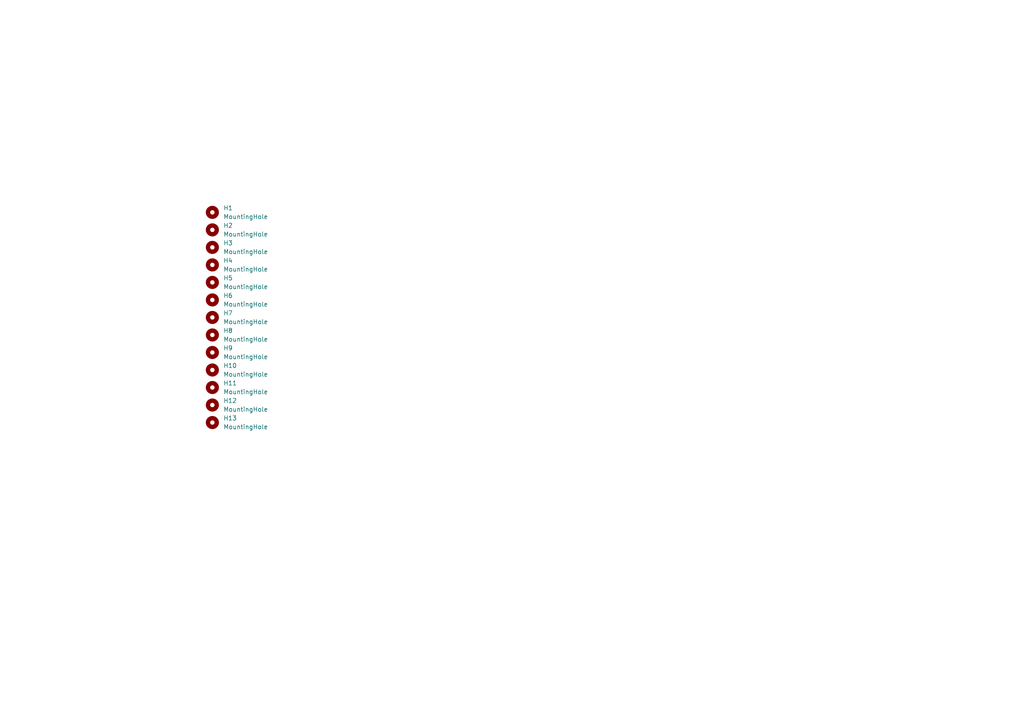
<source format=kicad_sch>
(kicad_sch (version 20230121) (generator eeschema)
  (paper "A4")
  (lib_symbols
    (symbol "Mechanical:MountingHole" (pin_names (offset 1.016))
      (property "Reference" "H" (at 0 5.08 0))
      (property "Value" "MountingHole" (at 0 3.175 0))
      (symbol "MountingHole_0_1"
        (circle (center 0 0) (radius 1.27) (stroke (width 1.27)))
      )
    )
  )
  (symbol (lib_id "Mechanical:MountingHole") (at 61.595 117.475 0) (unit 1)
    (property "Reference" "H12" (at 64.77 116.205 0) (effects (justify left)))
    (property "Value" "MountingHole" (at 64.77 118.745 0) (effects (justify left)))
    (property "Footprint" "MountingHole:MountingHole_4.5mm" (effects hide))
  )
  (symbol (lib_id "Mechanical:MountingHole") (at 61.595 112.395 0) (unit 1)
    (property "Reference" "H11" (at 64.77 111.125 0) (effects (justify left)))
    (property "Value" "MountingHole" (at 64.77 113.665 0) (effects (justify left)))
    (property "Footprint" "MountingHole:MountingHole_4.5mm" (effects hide))
  )
  (symbol (lib_id "Mechanical:MountingHole") (at 61.595 61.595 0) (unit 1)
    (property "Reference" "H1" (at 64.77 60.325 0) (effects (justify left)))
    (property "Value" "MountingHole" (at 64.77 62.865 0) (effects (justify left)))
    (property "Footprint" "MountingHole:MountingHole_4.5mm" (effects hide))
  )
  (symbol (lib_id "Mechanical:MountingHole") (at 61.595 122.555 0) (unit 1)
    (property "Reference" "H13" (at 64.77 121.285 0) (effects (justify left)))
    (property "Value" "MountingHole" (at 64.77 123.825 0) (effects (justify left)))
    (property "Footprint" "MountingHole:MountingHole_4.5mm" (effects hide))
  )
  (symbol (lib_id "Mechanical:MountingHole") (at 61.595 71.755 0) (unit 1)
    (property "Reference" "H3" (at 64.77 70.485 0) (effects (justify left)))
    (property "Value" "MountingHole" (at 64.77 73.025 0) (effects (justify left)))
    (property "Footprint" "MountingHole:MountingHole_4.5mm" (effects hide))
  )
  (symbol (lib_id "Mechanical:MountingHole") (at 61.595 92.075 0) (unit 1)
    (property "Reference" "H7" (at 64.77 90.805 0) (effects (justify left)))
    (property "Value" "MountingHole" (at 64.77 93.345 0) (effects (justify left)))
    (property "Footprint" "MountingHole:MountingHole_4.5mm" (effects hide))
  )
  (symbol (lib_id "Mechanical:MountingHole") (at 61.595 66.675 0) (unit 1)
    (property "Reference" "H2" (at 64.77 65.405 0) (effects (justify left)))
    (property "Value" "MountingHole" (at 64.77 67.945 0) (effects (justify left)))
    (property "Footprint" "MountingHole:MountingHole_4.5mm" (effects hide))
  )
  (symbol (lib_id "Mechanical:MountingHole") (at 61.595 107.315 0) (unit 1)
    (property "Reference" "H10" (at 64.77 106.045 0) (effects (justify left)))
    (property "Value" "MountingHole" (at 64.77 108.585 0) (effects (justify left)))
    (property "Footprint" "MountingHole:MountingHole_4.5mm" (effects hide))
  )
  (symbol (lib_id "Mechanical:MountingHole") (at 61.595 76.835 0) (unit 1)
    (property "Reference" "H4" (at 64.77 75.565 0) (effects (justify left)))
    (property "Value" "MountingHole" (at 64.77 78.105 0) (effects (justify left)))
    (property "Footprint" "MountingHole:MountingHole_4.5mm" (effects hide))
  )
  (symbol (lib_id "Mechanical:MountingHole") (at 61.595 97.155 0) (unit 1)
    (property "Reference" "H8" (at 64.77 95.885 0) (effects (justify left)))
    (property "Value" "MountingHole" (at 64.77 98.425 0) (effects (justify left)))
    (property "Footprint" "MountingHole:MountingHole_4.5mm" (effects hide))
  )
  (symbol (lib_id "Mechanical:MountingHole") (at 61.595 102.235 0) (unit 1)
    (property "Reference" "H9" (at 64.77 100.965 0) (effects (justify left)))
    (property "Value" "MountingHole" (at 64.77 103.505 0) (effects (justify left)))
    (property "Footprint" "MountingHole:MountingHole_4.5mm" (effects hide))
  )
  (symbol (lib_id "Mechanical:MountingHole") (at 61.595 81.915 0) (unit 1)
    (property "Reference" "H5" (at 64.77 80.645 0) (effects (justify left)))
    (property "Value" "MountingHole" (at 64.77 83.185 0) (effects (justify left)))
    (property "Footprint" "MountingHole:MountingHole_4.5mm" (effects hide))
  )
  (symbol (lib_id "Mechanical:MountingHole") (at 61.595 86.995 0) (unit 1)
    (property "Reference" "H6" (at 64.77 85.725 0) (effects (justify left)))
    (property "Value" "MountingHole" (at 64.77 88.265 0) (effects (justify left)))
    (property "Footprint" "MountingHole:MountingHole_4.5mm" (effects hide))
  )
)
</source>
